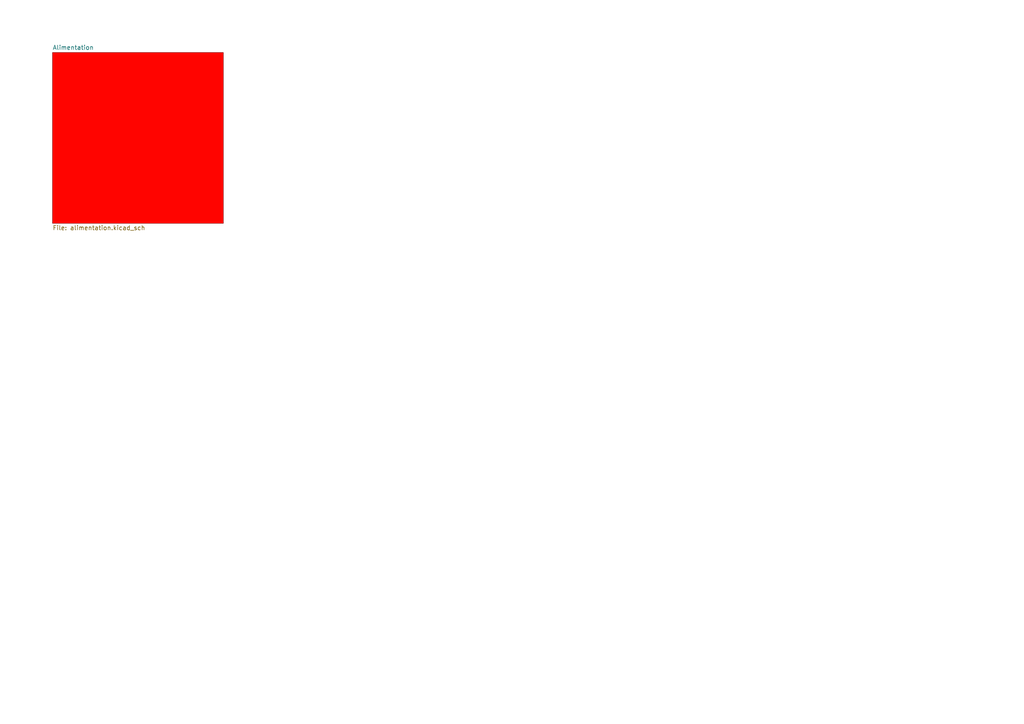
<source format=kicad_sch>
(kicad_sch
	(version 20231120)
	(generator "eeschema")
	(generator_version "8.0")
	(uuid "276ee8e2-ca0e-490e-a2c0-985a1d22ead8")
	(paper "A4")
	(lib_symbols)
	(sheet
		(at 15.24 15.24)
		(size 49.53 49.53)
		(fields_autoplaced yes)
		(stroke
			(width 0.1524)
			(type solid)
		)
		(fill
			(color 255 4 0 1.0000)
		)
		(uuid "98f76b7b-e22f-4800-92d1-6734bac304ee")
		(property "Sheetname" "Alimentation"
			(at 15.24 14.5284 0)
			(effects
				(font
					(size 1.27 1.27)
				)
				(justify left bottom)
			)
		)
		(property "Sheetfile" "alimentation.kicad_sch"
			(at 15.24 65.3546 0)
			(effects
				(font
					(size 1.27 1.27)
				)
				(justify left top)
			)
		)
		(instances
			(project "tom&jerry"
				(path "/276ee8e2-ca0e-490e-a2c0-985a1d22ead8"
					(page "2")
				)
			)
		)
	)
	(sheet_instances
		(path "/"
			(page "1")
		)
	)
)

</source>
